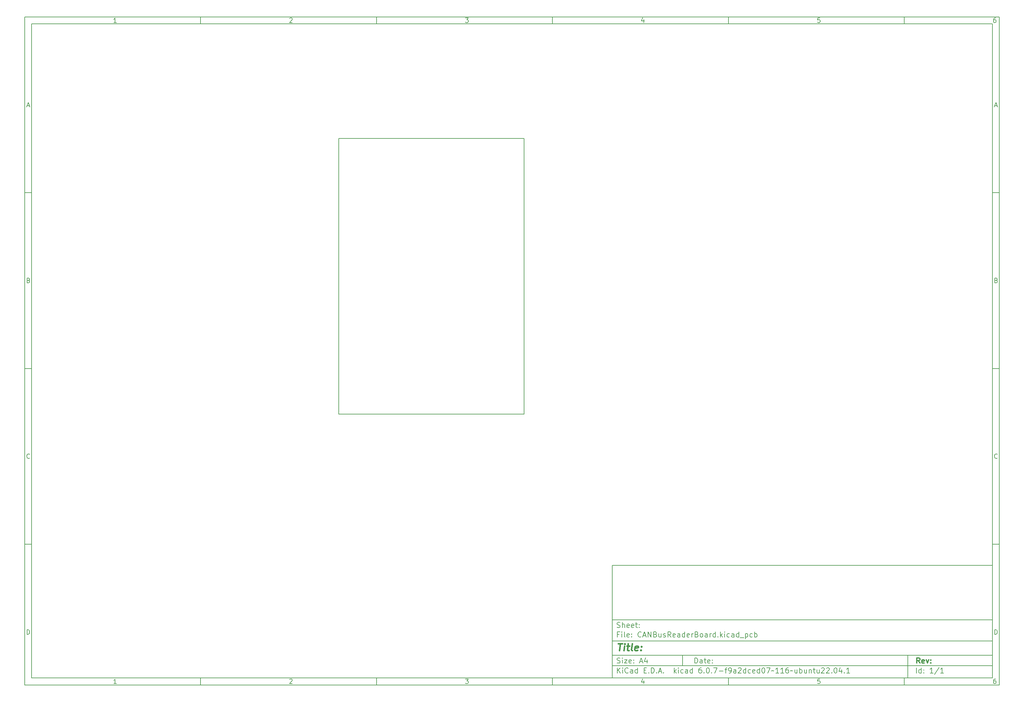
<source format=gbr>
%TF.GenerationSoftware,KiCad,Pcbnew,6.0.7-f9a2dced07~116~ubuntu22.04.1*%
%TF.CreationDate,2022-09-14T18:48:52-04:00*%
%TF.ProjectId,CANBusReaderBoard,43414e42-7573-4526-9561-646572426f61,rev?*%
%TF.SameCoordinates,Original*%
%TF.FileFunction,Paste,Bot*%
%TF.FilePolarity,Positive*%
%FSLAX46Y46*%
G04 Gerber Fmt 4.6, Leading zero omitted, Abs format (unit mm)*
G04 Created by KiCad (PCBNEW 6.0.7-f9a2dced07~116~ubuntu22.04.1) date 2022-09-14 18:48:52*
%MOMM*%
%LPD*%
G01*
G04 APERTURE LIST*
%ADD10C,0.100000*%
%ADD11C,0.150000*%
%ADD12C,0.300000*%
%ADD13C,0.400000*%
%TA.AperFunction,Profile*%
%ADD14C,0.200000*%
%TD*%
G04 APERTURE END LIST*
D10*
D11*
X177002200Y-166007200D02*
X177002200Y-198007200D01*
X285002200Y-198007200D01*
X285002200Y-166007200D01*
X177002200Y-166007200D01*
D10*
D11*
X10000000Y-10000000D02*
X10000000Y-200007200D01*
X287002200Y-200007200D01*
X287002200Y-10000000D01*
X10000000Y-10000000D01*
D10*
D11*
X12000000Y-12000000D02*
X12000000Y-198007200D01*
X285002200Y-198007200D01*
X285002200Y-12000000D01*
X12000000Y-12000000D01*
D10*
D11*
X60000000Y-12000000D02*
X60000000Y-10000000D01*
D10*
D11*
X110000000Y-12000000D02*
X110000000Y-10000000D01*
D10*
D11*
X160000000Y-12000000D02*
X160000000Y-10000000D01*
D10*
D11*
X210000000Y-12000000D02*
X210000000Y-10000000D01*
D10*
D11*
X260000000Y-12000000D02*
X260000000Y-10000000D01*
D10*
D11*
X36065476Y-11588095D02*
X35322619Y-11588095D01*
X35694047Y-11588095D02*
X35694047Y-10288095D01*
X35570238Y-10473809D01*
X35446428Y-10597619D01*
X35322619Y-10659523D01*
D10*
D11*
X85322619Y-10411904D02*
X85384523Y-10350000D01*
X85508333Y-10288095D01*
X85817857Y-10288095D01*
X85941666Y-10350000D01*
X86003571Y-10411904D01*
X86065476Y-10535714D01*
X86065476Y-10659523D01*
X86003571Y-10845238D01*
X85260714Y-11588095D01*
X86065476Y-11588095D01*
D10*
D11*
X135260714Y-10288095D02*
X136065476Y-10288095D01*
X135632142Y-10783333D01*
X135817857Y-10783333D01*
X135941666Y-10845238D01*
X136003571Y-10907142D01*
X136065476Y-11030952D01*
X136065476Y-11340476D01*
X136003571Y-11464285D01*
X135941666Y-11526190D01*
X135817857Y-11588095D01*
X135446428Y-11588095D01*
X135322619Y-11526190D01*
X135260714Y-11464285D01*
D10*
D11*
X185941666Y-10721428D02*
X185941666Y-11588095D01*
X185632142Y-10226190D02*
X185322619Y-11154761D01*
X186127380Y-11154761D01*
D10*
D11*
X236003571Y-10288095D02*
X235384523Y-10288095D01*
X235322619Y-10907142D01*
X235384523Y-10845238D01*
X235508333Y-10783333D01*
X235817857Y-10783333D01*
X235941666Y-10845238D01*
X236003571Y-10907142D01*
X236065476Y-11030952D01*
X236065476Y-11340476D01*
X236003571Y-11464285D01*
X235941666Y-11526190D01*
X235817857Y-11588095D01*
X235508333Y-11588095D01*
X235384523Y-11526190D01*
X235322619Y-11464285D01*
D10*
D11*
X285941666Y-10288095D02*
X285694047Y-10288095D01*
X285570238Y-10350000D01*
X285508333Y-10411904D01*
X285384523Y-10597619D01*
X285322619Y-10845238D01*
X285322619Y-11340476D01*
X285384523Y-11464285D01*
X285446428Y-11526190D01*
X285570238Y-11588095D01*
X285817857Y-11588095D01*
X285941666Y-11526190D01*
X286003571Y-11464285D01*
X286065476Y-11340476D01*
X286065476Y-11030952D01*
X286003571Y-10907142D01*
X285941666Y-10845238D01*
X285817857Y-10783333D01*
X285570238Y-10783333D01*
X285446428Y-10845238D01*
X285384523Y-10907142D01*
X285322619Y-11030952D01*
D10*
D11*
X60000000Y-198007200D02*
X60000000Y-200007200D01*
D10*
D11*
X110000000Y-198007200D02*
X110000000Y-200007200D01*
D10*
D11*
X160000000Y-198007200D02*
X160000000Y-200007200D01*
D10*
D11*
X210000000Y-198007200D02*
X210000000Y-200007200D01*
D10*
D11*
X260000000Y-198007200D02*
X260000000Y-200007200D01*
D10*
D11*
X36065476Y-199595295D02*
X35322619Y-199595295D01*
X35694047Y-199595295D02*
X35694047Y-198295295D01*
X35570238Y-198481009D01*
X35446428Y-198604819D01*
X35322619Y-198666723D01*
D10*
D11*
X85322619Y-198419104D02*
X85384523Y-198357200D01*
X85508333Y-198295295D01*
X85817857Y-198295295D01*
X85941666Y-198357200D01*
X86003571Y-198419104D01*
X86065476Y-198542914D01*
X86065476Y-198666723D01*
X86003571Y-198852438D01*
X85260714Y-199595295D01*
X86065476Y-199595295D01*
D10*
D11*
X135260714Y-198295295D02*
X136065476Y-198295295D01*
X135632142Y-198790533D01*
X135817857Y-198790533D01*
X135941666Y-198852438D01*
X136003571Y-198914342D01*
X136065476Y-199038152D01*
X136065476Y-199347676D01*
X136003571Y-199471485D01*
X135941666Y-199533390D01*
X135817857Y-199595295D01*
X135446428Y-199595295D01*
X135322619Y-199533390D01*
X135260714Y-199471485D01*
D10*
D11*
X185941666Y-198728628D02*
X185941666Y-199595295D01*
X185632142Y-198233390D02*
X185322619Y-199161961D01*
X186127380Y-199161961D01*
D10*
D11*
X236003571Y-198295295D02*
X235384523Y-198295295D01*
X235322619Y-198914342D01*
X235384523Y-198852438D01*
X235508333Y-198790533D01*
X235817857Y-198790533D01*
X235941666Y-198852438D01*
X236003571Y-198914342D01*
X236065476Y-199038152D01*
X236065476Y-199347676D01*
X236003571Y-199471485D01*
X235941666Y-199533390D01*
X235817857Y-199595295D01*
X235508333Y-199595295D01*
X235384523Y-199533390D01*
X235322619Y-199471485D01*
D10*
D11*
X285941666Y-198295295D02*
X285694047Y-198295295D01*
X285570238Y-198357200D01*
X285508333Y-198419104D01*
X285384523Y-198604819D01*
X285322619Y-198852438D01*
X285322619Y-199347676D01*
X285384523Y-199471485D01*
X285446428Y-199533390D01*
X285570238Y-199595295D01*
X285817857Y-199595295D01*
X285941666Y-199533390D01*
X286003571Y-199471485D01*
X286065476Y-199347676D01*
X286065476Y-199038152D01*
X286003571Y-198914342D01*
X285941666Y-198852438D01*
X285817857Y-198790533D01*
X285570238Y-198790533D01*
X285446428Y-198852438D01*
X285384523Y-198914342D01*
X285322619Y-199038152D01*
D10*
D11*
X10000000Y-60000000D02*
X12000000Y-60000000D01*
D10*
D11*
X10000000Y-110000000D02*
X12000000Y-110000000D01*
D10*
D11*
X10000000Y-160000000D02*
X12000000Y-160000000D01*
D10*
D11*
X10690476Y-35216666D02*
X11309523Y-35216666D01*
X10566666Y-35588095D02*
X11000000Y-34288095D01*
X11433333Y-35588095D01*
D10*
D11*
X11092857Y-84907142D02*
X11278571Y-84969047D01*
X11340476Y-85030952D01*
X11402380Y-85154761D01*
X11402380Y-85340476D01*
X11340476Y-85464285D01*
X11278571Y-85526190D01*
X11154761Y-85588095D01*
X10659523Y-85588095D01*
X10659523Y-84288095D01*
X11092857Y-84288095D01*
X11216666Y-84350000D01*
X11278571Y-84411904D01*
X11340476Y-84535714D01*
X11340476Y-84659523D01*
X11278571Y-84783333D01*
X11216666Y-84845238D01*
X11092857Y-84907142D01*
X10659523Y-84907142D01*
D10*
D11*
X11402380Y-135464285D02*
X11340476Y-135526190D01*
X11154761Y-135588095D01*
X11030952Y-135588095D01*
X10845238Y-135526190D01*
X10721428Y-135402380D01*
X10659523Y-135278571D01*
X10597619Y-135030952D01*
X10597619Y-134845238D01*
X10659523Y-134597619D01*
X10721428Y-134473809D01*
X10845238Y-134350000D01*
X11030952Y-134288095D01*
X11154761Y-134288095D01*
X11340476Y-134350000D01*
X11402380Y-134411904D01*
D10*
D11*
X10659523Y-185588095D02*
X10659523Y-184288095D01*
X10969047Y-184288095D01*
X11154761Y-184350000D01*
X11278571Y-184473809D01*
X11340476Y-184597619D01*
X11402380Y-184845238D01*
X11402380Y-185030952D01*
X11340476Y-185278571D01*
X11278571Y-185402380D01*
X11154761Y-185526190D01*
X10969047Y-185588095D01*
X10659523Y-185588095D01*
D10*
D11*
X287002200Y-60000000D02*
X285002200Y-60000000D01*
D10*
D11*
X287002200Y-110000000D02*
X285002200Y-110000000D01*
D10*
D11*
X287002200Y-160000000D02*
X285002200Y-160000000D01*
D10*
D11*
X285692676Y-35216666D02*
X286311723Y-35216666D01*
X285568866Y-35588095D02*
X286002200Y-34288095D01*
X286435533Y-35588095D01*
D10*
D11*
X286095057Y-84907142D02*
X286280771Y-84969047D01*
X286342676Y-85030952D01*
X286404580Y-85154761D01*
X286404580Y-85340476D01*
X286342676Y-85464285D01*
X286280771Y-85526190D01*
X286156961Y-85588095D01*
X285661723Y-85588095D01*
X285661723Y-84288095D01*
X286095057Y-84288095D01*
X286218866Y-84350000D01*
X286280771Y-84411904D01*
X286342676Y-84535714D01*
X286342676Y-84659523D01*
X286280771Y-84783333D01*
X286218866Y-84845238D01*
X286095057Y-84907142D01*
X285661723Y-84907142D01*
D10*
D11*
X286404580Y-135464285D02*
X286342676Y-135526190D01*
X286156961Y-135588095D01*
X286033152Y-135588095D01*
X285847438Y-135526190D01*
X285723628Y-135402380D01*
X285661723Y-135278571D01*
X285599819Y-135030952D01*
X285599819Y-134845238D01*
X285661723Y-134597619D01*
X285723628Y-134473809D01*
X285847438Y-134350000D01*
X286033152Y-134288095D01*
X286156961Y-134288095D01*
X286342676Y-134350000D01*
X286404580Y-134411904D01*
D10*
D11*
X285661723Y-185588095D02*
X285661723Y-184288095D01*
X285971247Y-184288095D01*
X286156961Y-184350000D01*
X286280771Y-184473809D01*
X286342676Y-184597619D01*
X286404580Y-184845238D01*
X286404580Y-185030952D01*
X286342676Y-185278571D01*
X286280771Y-185402380D01*
X286156961Y-185526190D01*
X285971247Y-185588095D01*
X285661723Y-185588095D01*
D10*
D11*
X200434342Y-193785771D02*
X200434342Y-192285771D01*
X200791485Y-192285771D01*
X201005771Y-192357200D01*
X201148628Y-192500057D01*
X201220057Y-192642914D01*
X201291485Y-192928628D01*
X201291485Y-193142914D01*
X201220057Y-193428628D01*
X201148628Y-193571485D01*
X201005771Y-193714342D01*
X200791485Y-193785771D01*
X200434342Y-193785771D01*
X202577200Y-193785771D02*
X202577200Y-193000057D01*
X202505771Y-192857200D01*
X202362914Y-192785771D01*
X202077200Y-192785771D01*
X201934342Y-192857200D01*
X202577200Y-193714342D02*
X202434342Y-193785771D01*
X202077200Y-193785771D01*
X201934342Y-193714342D01*
X201862914Y-193571485D01*
X201862914Y-193428628D01*
X201934342Y-193285771D01*
X202077200Y-193214342D01*
X202434342Y-193214342D01*
X202577200Y-193142914D01*
X203077200Y-192785771D02*
X203648628Y-192785771D01*
X203291485Y-192285771D02*
X203291485Y-193571485D01*
X203362914Y-193714342D01*
X203505771Y-193785771D01*
X203648628Y-193785771D01*
X204720057Y-193714342D02*
X204577200Y-193785771D01*
X204291485Y-193785771D01*
X204148628Y-193714342D01*
X204077200Y-193571485D01*
X204077200Y-193000057D01*
X204148628Y-192857200D01*
X204291485Y-192785771D01*
X204577200Y-192785771D01*
X204720057Y-192857200D01*
X204791485Y-193000057D01*
X204791485Y-193142914D01*
X204077200Y-193285771D01*
X205434342Y-193642914D02*
X205505771Y-193714342D01*
X205434342Y-193785771D01*
X205362914Y-193714342D01*
X205434342Y-193642914D01*
X205434342Y-193785771D01*
X205434342Y-192857200D02*
X205505771Y-192928628D01*
X205434342Y-193000057D01*
X205362914Y-192928628D01*
X205434342Y-192857200D01*
X205434342Y-193000057D01*
D10*
D11*
X177002200Y-194507200D02*
X285002200Y-194507200D01*
D10*
D11*
X178434342Y-196585771D02*
X178434342Y-195085771D01*
X179291485Y-196585771D02*
X178648628Y-195728628D01*
X179291485Y-195085771D02*
X178434342Y-195942914D01*
X179934342Y-196585771D02*
X179934342Y-195585771D01*
X179934342Y-195085771D02*
X179862914Y-195157200D01*
X179934342Y-195228628D01*
X180005771Y-195157200D01*
X179934342Y-195085771D01*
X179934342Y-195228628D01*
X181505771Y-196442914D02*
X181434342Y-196514342D01*
X181220057Y-196585771D01*
X181077200Y-196585771D01*
X180862914Y-196514342D01*
X180720057Y-196371485D01*
X180648628Y-196228628D01*
X180577200Y-195942914D01*
X180577200Y-195728628D01*
X180648628Y-195442914D01*
X180720057Y-195300057D01*
X180862914Y-195157200D01*
X181077200Y-195085771D01*
X181220057Y-195085771D01*
X181434342Y-195157200D01*
X181505771Y-195228628D01*
X182791485Y-196585771D02*
X182791485Y-195800057D01*
X182720057Y-195657200D01*
X182577200Y-195585771D01*
X182291485Y-195585771D01*
X182148628Y-195657200D01*
X182791485Y-196514342D02*
X182648628Y-196585771D01*
X182291485Y-196585771D01*
X182148628Y-196514342D01*
X182077200Y-196371485D01*
X182077200Y-196228628D01*
X182148628Y-196085771D01*
X182291485Y-196014342D01*
X182648628Y-196014342D01*
X182791485Y-195942914D01*
X184148628Y-196585771D02*
X184148628Y-195085771D01*
X184148628Y-196514342D02*
X184005771Y-196585771D01*
X183720057Y-196585771D01*
X183577200Y-196514342D01*
X183505771Y-196442914D01*
X183434342Y-196300057D01*
X183434342Y-195871485D01*
X183505771Y-195728628D01*
X183577200Y-195657200D01*
X183720057Y-195585771D01*
X184005771Y-195585771D01*
X184148628Y-195657200D01*
X186005771Y-195800057D02*
X186505771Y-195800057D01*
X186720057Y-196585771D02*
X186005771Y-196585771D01*
X186005771Y-195085771D01*
X186720057Y-195085771D01*
X187362914Y-196442914D02*
X187434342Y-196514342D01*
X187362914Y-196585771D01*
X187291485Y-196514342D01*
X187362914Y-196442914D01*
X187362914Y-196585771D01*
X188077200Y-196585771D02*
X188077200Y-195085771D01*
X188434342Y-195085771D01*
X188648628Y-195157200D01*
X188791485Y-195300057D01*
X188862914Y-195442914D01*
X188934342Y-195728628D01*
X188934342Y-195942914D01*
X188862914Y-196228628D01*
X188791485Y-196371485D01*
X188648628Y-196514342D01*
X188434342Y-196585771D01*
X188077200Y-196585771D01*
X189577200Y-196442914D02*
X189648628Y-196514342D01*
X189577200Y-196585771D01*
X189505771Y-196514342D01*
X189577200Y-196442914D01*
X189577200Y-196585771D01*
X190220057Y-196157200D02*
X190934342Y-196157200D01*
X190077200Y-196585771D02*
X190577200Y-195085771D01*
X191077200Y-196585771D01*
X191577200Y-196442914D02*
X191648628Y-196514342D01*
X191577200Y-196585771D01*
X191505771Y-196514342D01*
X191577200Y-196442914D01*
X191577200Y-196585771D01*
X194577200Y-196585771D02*
X194577200Y-195085771D01*
X194720057Y-196014342D02*
X195148628Y-196585771D01*
X195148628Y-195585771D02*
X194577200Y-196157200D01*
X195791485Y-196585771D02*
X195791485Y-195585771D01*
X195791485Y-195085771D02*
X195720057Y-195157200D01*
X195791485Y-195228628D01*
X195862914Y-195157200D01*
X195791485Y-195085771D01*
X195791485Y-195228628D01*
X197148628Y-196514342D02*
X197005771Y-196585771D01*
X196720057Y-196585771D01*
X196577200Y-196514342D01*
X196505771Y-196442914D01*
X196434342Y-196300057D01*
X196434342Y-195871485D01*
X196505771Y-195728628D01*
X196577200Y-195657200D01*
X196720057Y-195585771D01*
X197005771Y-195585771D01*
X197148628Y-195657200D01*
X198434342Y-196585771D02*
X198434342Y-195800057D01*
X198362914Y-195657200D01*
X198220057Y-195585771D01*
X197934342Y-195585771D01*
X197791485Y-195657200D01*
X198434342Y-196514342D02*
X198291485Y-196585771D01*
X197934342Y-196585771D01*
X197791485Y-196514342D01*
X197720057Y-196371485D01*
X197720057Y-196228628D01*
X197791485Y-196085771D01*
X197934342Y-196014342D01*
X198291485Y-196014342D01*
X198434342Y-195942914D01*
X199791485Y-196585771D02*
X199791485Y-195085771D01*
X199791485Y-196514342D02*
X199648628Y-196585771D01*
X199362914Y-196585771D01*
X199220057Y-196514342D01*
X199148628Y-196442914D01*
X199077200Y-196300057D01*
X199077200Y-195871485D01*
X199148628Y-195728628D01*
X199220057Y-195657200D01*
X199362914Y-195585771D01*
X199648628Y-195585771D01*
X199791485Y-195657200D01*
X202291485Y-195085771D02*
X202005771Y-195085771D01*
X201862914Y-195157200D01*
X201791485Y-195228628D01*
X201648628Y-195442914D01*
X201577200Y-195728628D01*
X201577200Y-196300057D01*
X201648628Y-196442914D01*
X201720057Y-196514342D01*
X201862914Y-196585771D01*
X202148628Y-196585771D01*
X202291485Y-196514342D01*
X202362914Y-196442914D01*
X202434342Y-196300057D01*
X202434342Y-195942914D01*
X202362914Y-195800057D01*
X202291485Y-195728628D01*
X202148628Y-195657200D01*
X201862914Y-195657200D01*
X201720057Y-195728628D01*
X201648628Y-195800057D01*
X201577200Y-195942914D01*
X203077200Y-196442914D02*
X203148628Y-196514342D01*
X203077200Y-196585771D01*
X203005771Y-196514342D01*
X203077200Y-196442914D01*
X203077200Y-196585771D01*
X204077200Y-195085771D02*
X204220057Y-195085771D01*
X204362914Y-195157200D01*
X204434342Y-195228628D01*
X204505771Y-195371485D01*
X204577200Y-195657200D01*
X204577200Y-196014342D01*
X204505771Y-196300057D01*
X204434342Y-196442914D01*
X204362914Y-196514342D01*
X204220057Y-196585771D01*
X204077200Y-196585771D01*
X203934342Y-196514342D01*
X203862914Y-196442914D01*
X203791485Y-196300057D01*
X203720057Y-196014342D01*
X203720057Y-195657200D01*
X203791485Y-195371485D01*
X203862914Y-195228628D01*
X203934342Y-195157200D01*
X204077200Y-195085771D01*
X205220057Y-196442914D02*
X205291485Y-196514342D01*
X205220057Y-196585771D01*
X205148628Y-196514342D01*
X205220057Y-196442914D01*
X205220057Y-196585771D01*
X205791485Y-195085771D02*
X206791485Y-195085771D01*
X206148628Y-196585771D01*
X207362914Y-196014342D02*
X208505771Y-196014342D01*
X209005771Y-195585771D02*
X209577200Y-195585771D01*
X209220057Y-196585771D02*
X209220057Y-195300057D01*
X209291485Y-195157200D01*
X209434342Y-195085771D01*
X209577200Y-195085771D01*
X210148628Y-196585771D02*
X210434342Y-196585771D01*
X210577200Y-196514342D01*
X210648628Y-196442914D01*
X210791485Y-196228628D01*
X210862914Y-195942914D01*
X210862914Y-195371485D01*
X210791485Y-195228628D01*
X210720057Y-195157200D01*
X210577200Y-195085771D01*
X210291485Y-195085771D01*
X210148628Y-195157200D01*
X210077200Y-195228628D01*
X210005771Y-195371485D01*
X210005771Y-195728628D01*
X210077200Y-195871485D01*
X210148628Y-195942914D01*
X210291485Y-196014342D01*
X210577200Y-196014342D01*
X210720057Y-195942914D01*
X210791485Y-195871485D01*
X210862914Y-195728628D01*
X212148628Y-196585771D02*
X212148628Y-195800057D01*
X212077200Y-195657200D01*
X211934342Y-195585771D01*
X211648628Y-195585771D01*
X211505771Y-195657200D01*
X212148628Y-196514342D02*
X212005771Y-196585771D01*
X211648628Y-196585771D01*
X211505771Y-196514342D01*
X211434342Y-196371485D01*
X211434342Y-196228628D01*
X211505771Y-196085771D01*
X211648628Y-196014342D01*
X212005771Y-196014342D01*
X212148628Y-195942914D01*
X212791485Y-195228628D02*
X212862914Y-195157200D01*
X213005771Y-195085771D01*
X213362914Y-195085771D01*
X213505771Y-195157200D01*
X213577200Y-195228628D01*
X213648628Y-195371485D01*
X213648628Y-195514342D01*
X213577200Y-195728628D01*
X212720057Y-196585771D01*
X213648628Y-196585771D01*
X214934342Y-196585771D02*
X214934342Y-195085771D01*
X214934342Y-196514342D02*
X214791485Y-196585771D01*
X214505771Y-196585771D01*
X214362914Y-196514342D01*
X214291485Y-196442914D01*
X214220057Y-196300057D01*
X214220057Y-195871485D01*
X214291485Y-195728628D01*
X214362914Y-195657200D01*
X214505771Y-195585771D01*
X214791485Y-195585771D01*
X214934342Y-195657200D01*
X216291485Y-196514342D02*
X216148628Y-196585771D01*
X215862914Y-196585771D01*
X215720057Y-196514342D01*
X215648628Y-196442914D01*
X215577200Y-196300057D01*
X215577200Y-195871485D01*
X215648628Y-195728628D01*
X215720057Y-195657200D01*
X215862914Y-195585771D01*
X216148628Y-195585771D01*
X216291485Y-195657200D01*
X217505771Y-196514342D02*
X217362914Y-196585771D01*
X217077200Y-196585771D01*
X216934342Y-196514342D01*
X216862914Y-196371485D01*
X216862914Y-195800057D01*
X216934342Y-195657200D01*
X217077200Y-195585771D01*
X217362914Y-195585771D01*
X217505771Y-195657200D01*
X217577200Y-195800057D01*
X217577200Y-195942914D01*
X216862914Y-196085771D01*
X218862914Y-196585771D02*
X218862914Y-195085771D01*
X218862914Y-196514342D02*
X218720057Y-196585771D01*
X218434342Y-196585771D01*
X218291485Y-196514342D01*
X218220057Y-196442914D01*
X218148628Y-196300057D01*
X218148628Y-195871485D01*
X218220057Y-195728628D01*
X218291485Y-195657200D01*
X218434342Y-195585771D01*
X218720057Y-195585771D01*
X218862914Y-195657200D01*
X219862914Y-195085771D02*
X220005771Y-195085771D01*
X220148628Y-195157200D01*
X220220057Y-195228628D01*
X220291485Y-195371485D01*
X220362914Y-195657200D01*
X220362914Y-196014342D01*
X220291485Y-196300057D01*
X220220057Y-196442914D01*
X220148628Y-196514342D01*
X220005771Y-196585771D01*
X219862914Y-196585771D01*
X219720057Y-196514342D01*
X219648628Y-196442914D01*
X219577200Y-196300057D01*
X219505771Y-196014342D01*
X219505771Y-195657200D01*
X219577200Y-195371485D01*
X219648628Y-195228628D01*
X219720057Y-195157200D01*
X219862914Y-195085771D01*
X220862914Y-195085771D02*
X221862914Y-195085771D01*
X221220057Y-196585771D01*
X222220057Y-196014342D02*
X222291485Y-195942914D01*
X222434342Y-195871485D01*
X222720057Y-196014342D01*
X222862914Y-195942914D01*
X222934342Y-195871485D01*
X224291485Y-196585771D02*
X223434342Y-196585771D01*
X223862914Y-196585771D02*
X223862914Y-195085771D01*
X223720057Y-195300057D01*
X223577200Y-195442914D01*
X223434342Y-195514342D01*
X225720057Y-196585771D02*
X224862914Y-196585771D01*
X225291485Y-196585771D02*
X225291485Y-195085771D01*
X225148628Y-195300057D01*
X225005771Y-195442914D01*
X224862914Y-195514342D01*
X227005771Y-195085771D02*
X226720057Y-195085771D01*
X226577200Y-195157200D01*
X226505771Y-195228628D01*
X226362914Y-195442914D01*
X226291485Y-195728628D01*
X226291485Y-196300057D01*
X226362914Y-196442914D01*
X226434342Y-196514342D01*
X226577200Y-196585771D01*
X226862914Y-196585771D01*
X227005771Y-196514342D01*
X227077200Y-196442914D01*
X227148628Y-196300057D01*
X227148628Y-195942914D01*
X227077200Y-195800057D01*
X227005771Y-195728628D01*
X226862914Y-195657200D01*
X226577200Y-195657200D01*
X226434342Y-195728628D01*
X226362914Y-195800057D01*
X226291485Y-195942914D01*
X227577199Y-196014342D02*
X227648628Y-195942914D01*
X227791485Y-195871485D01*
X228077199Y-196014342D01*
X228220057Y-195942914D01*
X228291485Y-195871485D01*
X229505771Y-195585771D02*
X229505771Y-196585771D01*
X228862914Y-195585771D02*
X228862914Y-196371485D01*
X228934342Y-196514342D01*
X229077200Y-196585771D01*
X229291485Y-196585771D01*
X229434342Y-196514342D01*
X229505771Y-196442914D01*
X230220057Y-196585771D02*
X230220057Y-195085771D01*
X230220057Y-195657200D02*
X230362914Y-195585771D01*
X230648628Y-195585771D01*
X230791485Y-195657200D01*
X230862914Y-195728628D01*
X230934342Y-195871485D01*
X230934342Y-196300057D01*
X230862914Y-196442914D01*
X230791485Y-196514342D01*
X230648628Y-196585771D01*
X230362914Y-196585771D01*
X230220057Y-196514342D01*
X232220057Y-195585771D02*
X232220057Y-196585771D01*
X231577200Y-195585771D02*
X231577200Y-196371485D01*
X231648628Y-196514342D01*
X231791485Y-196585771D01*
X232005771Y-196585771D01*
X232148628Y-196514342D01*
X232220057Y-196442914D01*
X232934342Y-195585771D02*
X232934342Y-196585771D01*
X232934342Y-195728628D02*
X233005771Y-195657200D01*
X233148628Y-195585771D01*
X233362914Y-195585771D01*
X233505771Y-195657200D01*
X233577200Y-195800057D01*
X233577200Y-196585771D01*
X234077200Y-195585771D02*
X234648628Y-195585771D01*
X234291485Y-195085771D02*
X234291485Y-196371485D01*
X234362914Y-196514342D01*
X234505771Y-196585771D01*
X234648628Y-196585771D01*
X235791485Y-195585771D02*
X235791485Y-196585771D01*
X235148628Y-195585771D02*
X235148628Y-196371485D01*
X235220057Y-196514342D01*
X235362914Y-196585771D01*
X235577200Y-196585771D01*
X235720057Y-196514342D01*
X235791485Y-196442914D01*
X236434342Y-195228628D02*
X236505771Y-195157200D01*
X236648628Y-195085771D01*
X237005771Y-195085771D01*
X237148628Y-195157200D01*
X237220057Y-195228628D01*
X237291485Y-195371485D01*
X237291485Y-195514342D01*
X237220057Y-195728628D01*
X236362914Y-196585771D01*
X237291485Y-196585771D01*
X237862914Y-195228628D02*
X237934342Y-195157200D01*
X238077200Y-195085771D01*
X238434342Y-195085771D01*
X238577200Y-195157200D01*
X238648628Y-195228628D01*
X238720057Y-195371485D01*
X238720057Y-195514342D01*
X238648628Y-195728628D01*
X237791485Y-196585771D01*
X238720057Y-196585771D01*
X239362914Y-196442914D02*
X239434342Y-196514342D01*
X239362914Y-196585771D01*
X239291485Y-196514342D01*
X239362914Y-196442914D01*
X239362914Y-196585771D01*
X240362914Y-195085771D02*
X240505771Y-195085771D01*
X240648628Y-195157200D01*
X240720057Y-195228628D01*
X240791485Y-195371485D01*
X240862914Y-195657200D01*
X240862914Y-196014342D01*
X240791485Y-196300057D01*
X240720057Y-196442914D01*
X240648628Y-196514342D01*
X240505771Y-196585771D01*
X240362914Y-196585771D01*
X240220057Y-196514342D01*
X240148628Y-196442914D01*
X240077200Y-196300057D01*
X240005771Y-196014342D01*
X240005771Y-195657200D01*
X240077200Y-195371485D01*
X240148628Y-195228628D01*
X240220057Y-195157200D01*
X240362914Y-195085771D01*
X242148628Y-195585771D02*
X242148628Y-196585771D01*
X241791485Y-195014342D02*
X241434342Y-196085771D01*
X242362914Y-196085771D01*
X242934342Y-196442914D02*
X243005771Y-196514342D01*
X242934342Y-196585771D01*
X242862914Y-196514342D01*
X242934342Y-196442914D01*
X242934342Y-196585771D01*
X244434342Y-196585771D02*
X243577199Y-196585771D01*
X244005771Y-196585771D02*
X244005771Y-195085771D01*
X243862914Y-195300057D01*
X243720057Y-195442914D01*
X243577199Y-195514342D01*
D10*
D11*
X177002200Y-191507200D02*
X285002200Y-191507200D01*
D10*
D12*
X264411485Y-193785771D02*
X263911485Y-193071485D01*
X263554342Y-193785771D02*
X263554342Y-192285771D01*
X264125771Y-192285771D01*
X264268628Y-192357200D01*
X264340057Y-192428628D01*
X264411485Y-192571485D01*
X264411485Y-192785771D01*
X264340057Y-192928628D01*
X264268628Y-193000057D01*
X264125771Y-193071485D01*
X263554342Y-193071485D01*
X265625771Y-193714342D02*
X265482914Y-193785771D01*
X265197200Y-193785771D01*
X265054342Y-193714342D01*
X264982914Y-193571485D01*
X264982914Y-193000057D01*
X265054342Y-192857200D01*
X265197200Y-192785771D01*
X265482914Y-192785771D01*
X265625771Y-192857200D01*
X265697200Y-193000057D01*
X265697200Y-193142914D01*
X264982914Y-193285771D01*
X266197200Y-192785771D02*
X266554342Y-193785771D01*
X266911485Y-192785771D01*
X267482914Y-193642914D02*
X267554342Y-193714342D01*
X267482914Y-193785771D01*
X267411485Y-193714342D01*
X267482914Y-193642914D01*
X267482914Y-193785771D01*
X267482914Y-192857200D02*
X267554342Y-192928628D01*
X267482914Y-193000057D01*
X267411485Y-192928628D01*
X267482914Y-192857200D01*
X267482914Y-193000057D01*
D10*
D11*
X178362914Y-193714342D02*
X178577200Y-193785771D01*
X178934342Y-193785771D01*
X179077200Y-193714342D01*
X179148628Y-193642914D01*
X179220057Y-193500057D01*
X179220057Y-193357200D01*
X179148628Y-193214342D01*
X179077200Y-193142914D01*
X178934342Y-193071485D01*
X178648628Y-193000057D01*
X178505771Y-192928628D01*
X178434342Y-192857200D01*
X178362914Y-192714342D01*
X178362914Y-192571485D01*
X178434342Y-192428628D01*
X178505771Y-192357200D01*
X178648628Y-192285771D01*
X179005771Y-192285771D01*
X179220057Y-192357200D01*
X179862914Y-193785771D02*
X179862914Y-192785771D01*
X179862914Y-192285771D02*
X179791485Y-192357200D01*
X179862914Y-192428628D01*
X179934342Y-192357200D01*
X179862914Y-192285771D01*
X179862914Y-192428628D01*
X180434342Y-192785771D02*
X181220057Y-192785771D01*
X180434342Y-193785771D01*
X181220057Y-193785771D01*
X182362914Y-193714342D02*
X182220057Y-193785771D01*
X181934342Y-193785771D01*
X181791485Y-193714342D01*
X181720057Y-193571485D01*
X181720057Y-193000057D01*
X181791485Y-192857200D01*
X181934342Y-192785771D01*
X182220057Y-192785771D01*
X182362914Y-192857200D01*
X182434342Y-193000057D01*
X182434342Y-193142914D01*
X181720057Y-193285771D01*
X183077200Y-193642914D02*
X183148628Y-193714342D01*
X183077200Y-193785771D01*
X183005771Y-193714342D01*
X183077200Y-193642914D01*
X183077200Y-193785771D01*
X183077200Y-192857200D02*
X183148628Y-192928628D01*
X183077200Y-193000057D01*
X183005771Y-192928628D01*
X183077200Y-192857200D01*
X183077200Y-193000057D01*
X184862914Y-193357200D02*
X185577200Y-193357200D01*
X184720057Y-193785771D02*
X185220057Y-192285771D01*
X185720057Y-193785771D01*
X186862914Y-192785771D02*
X186862914Y-193785771D01*
X186505771Y-192214342D02*
X186148628Y-193285771D01*
X187077200Y-193285771D01*
D10*
D11*
X263434342Y-196585771D02*
X263434342Y-195085771D01*
X264791485Y-196585771D02*
X264791485Y-195085771D01*
X264791485Y-196514342D02*
X264648628Y-196585771D01*
X264362914Y-196585771D01*
X264220057Y-196514342D01*
X264148628Y-196442914D01*
X264077200Y-196300057D01*
X264077200Y-195871485D01*
X264148628Y-195728628D01*
X264220057Y-195657200D01*
X264362914Y-195585771D01*
X264648628Y-195585771D01*
X264791485Y-195657200D01*
X265505771Y-196442914D02*
X265577200Y-196514342D01*
X265505771Y-196585771D01*
X265434342Y-196514342D01*
X265505771Y-196442914D01*
X265505771Y-196585771D01*
X265505771Y-195657200D02*
X265577200Y-195728628D01*
X265505771Y-195800057D01*
X265434342Y-195728628D01*
X265505771Y-195657200D01*
X265505771Y-195800057D01*
X268148628Y-196585771D02*
X267291485Y-196585771D01*
X267720057Y-196585771D02*
X267720057Y-195085771D01*
X267577200Y-195300057D01*
X267434342Y-195442914D01*
X267291485Y-195514342D01*
X269862914Y-195014342D02*
X268577200Y-196942914D01*
X271148628Y-196585771D02*
X270291485Y-196585771D01*
X270720057Y-196585771D02*
X270720057Y-195085771D01*
X270577200Y-195300057D01*
X270434342Y-195442914D01*
X270291485Y-195514342D01*
D10*
D11*
X177002200Y-187507200D02*
X285002200Y-187507200D01*
D10*
D13*
X178714580Y-188211961D02*
X179857438Y-188211961D01*
X179036009Y-190211961D02*
X179286009Y-188211961D01*
X180274104Y-190211961D02*
X180440771Y-188878628D01*
X180524104Y-188211961D02*
X180416961Y-188307200D01*
X180500295Y-188402438D01*
X180607438Y-188307200D01*
X180524104Y-188211961D01*
X180500295Y-188402438D01*
X181107438Y-188878628D02*
X181869342Y-188878628D01*
X181476485Y-188211961D02*
X181262200Y-189926247D01*
X181333628Y-190116723D01*
X181512200Y-190211961D01*
X181702676Y-190211961D01*
X182655057Y-190211961D02*
X182476485Y-190116723D01*
X182405057Y-189926247D01*
X182619342Y-188211961D01*
X184190771Y-190116723D02*
X183988390Y-190211961D01*
X183607438Y-190211961D01*
X183428866Y-190116723D01*
X183357438Y-189926247D01*
X183452676Y-189164342D01*
X183571723Y-188973866D01*
X183774104Y-188878628D01*
X184155057Y-188878628D01*
X184333628Y-188973866D01*
X184405057Y-189164342D01*
X184381247Y-189354819D01*
X183405057Y-189545295D01*
X185155057Y-190021485D02*
X185238390Y-190116723D01*
X185131247Y-190211961D01*
X185047914Y-190116723D01*
X185155057Y-190021485D01*
X185131247Y-190211961D01*
X185286009Y-188973866D02*
X185369342Y-189069104D01*
X185262200Y-189164342D01*
X185178866Y-189069104D01*
X185286009Y-188973866D01*
X185262200Y-189164342D01*
D10*
D11*
X178934342Y-185600057D02*
X178434342Y-185600057D01*
X178434342Y-186385771D02*
X178434342Y-184885771D01*
X179148628Y-184885771D01*
X179720057Y-186385771D02*
X179720057Y-185385771D01*
X179720057Y-184885771D02*
X179648628Y-184957200D01*
X179720057Y-185028628D01*
X179791485Y-184957200D01*
X179720057Y-184885771D01*
X179720057Y-185028628D01*
X180648628Y-186385771D02*
X180505771Y-186314342D01*
X180434342Y-186171485D01*
X180434342Y-184885771D01*
X181791485Y-186314342D02*
X181648628Y-186385771D01*
X181362914Y-186385771D01*
X181220057Y-186314342D01*
X181148628Y-186171485D01*
X181148628Y-185600057D01*
X181220057Y-185457200D01*
X181362914Y-185385771D01*
X181648628Y-185385771D01*
X181791485Y-185457200D01*
X181862914Y-185600057D01*
X181862914Y-185742914D01*
X181148628Y-185885771D01*
X182505771Y-186242914D02*
X182577200Y-186314342D01*
X182505771Y-186385771D01*
X182434342Y-186314342D01*
X182505771Y-186242914D01*
X182505771Y-186385771D01*
X182505771Y-185457200D02*
X182577200Y-185528628D01*
X182505771Y-185600057D01*
X182434342Y-185528628D01*
X182505771Y-185457200D01*
X182505771Y-185600057D01*
X185220057Y-186242914D02*
X185148628Y-186314342D01*
X184934342Y-186385771D01*
X184791485Y-186385771D01*
X184577200Y-186314342D01*
X184434342Y-186171485D01*
X184362914Y-186028628D01*
X184291485Y-185742914D01*
X184291485Y-185528628D01*
X184362914Y-185242914D01*
X184434342Y-185100057D01*
X184577200Y-184957200D01*
X184791485Y-184885771D01*
X184934342Y-184885771D01*
X185148628Y-184957200D01*
X185220057Y-185028628D01*
X185791485Y-185957200D02*
X186505771Y-185957200D01*
X185648628Y-186385771D02*
X186148628Y-184885771D01*
X186648628Y-186385771D01*
X187148628Y-186385771D02*
X187148628Y-184885771D01*
X188005771Y-186385771D01*
X188005771Y-184885771D01*
X189220057Y-185600057D02*
X189434342Y-185671485D01*
X189505771Y-185742914D01*
X189577200Y-185885771D01*
X189577200Y-186100057D01*
X189505771Y-186242914D01*
X189434342Y-186314342D01*
X189291485Y-186385771D01*
X188720057Y-186385771D01*
X188720057Y-184885771D01*
X189220057Y-184885771D01*
X189362914Y-184957200D01*
X189434342Y-185028628D01*
X189505771Y-185171485D01*
X189505771Y-185314342D01*
X189434342Y-185457200D01*
X189362914Y-185528628D01*
X189220057Y-185600057D01*
X188720057Y-185600057D01*
X190862914Y-185385771D02*
X190862914Y-186385771D01*
X190220057Y-185385771D02*
X190220057Y-186171485D01*
X190291485Y-186314342D01*
X190434342Y-186385771D01*
X190648628Y-186385771D01*
X190791485Y-186314342D01*
X190862914Y-186242914D01*
X191505771Y-186314342D02*
X191648628Y-186385771D01*
X191934342Y-186385771D01*
X192077200Y-186314342D01*
X192148628Y-186171485D01*
X192148628Y-186100057D01*
X192077200Y-185957200D01*
X191934342Y-185885771D01*
X191720057Y-185885771D01*
X191577200Y-185814342D01*
X191505771Y-185671485D01*
X191505771Y-185600057D01*
X191577200Y-185457200D01*
X191720057Y-185385771D01*
X191934342Y-185385771D01*
X192077200Y-185457200D01*
X193648628Y-186385771D02*
X193148628Y-185671485D01*
X192791485Y-186385771D02*
X192791485Y-184885771D01*
X193362914Y-184885771D01*
X193505771Y-184957200D01*
X193577200Y-185028628D01*
X193648628Y-185171485D01*
X193648628Y-185385771D01*
X193577200Y-185528628D01*
X193505771Y-185600057D01*
X193362914Y-185671485D01*
X192791485Y-185671485D01*
X194862914Y-186314342D02*
X194720057Y-186385771D01*
X194434342Y-186385771D01*
X194291485Y-186314342D01*
X194220057Y-186171485D01*
X194220057Y-185600057D01*
X194291485Y-185457200D01*
X194434342Y-185385771D01*
X194720057Y-185385771D01*
X194862914Y-185457200D01*
X194934342Y-185600057D01*
X194934342Y-185742914D01*
X194220057Y-185885771D01*
X196220057Y-186385771D02*
X196220057Y-185600057D01*
X196148628Y-185457200D01*
X196005771Y-185385771D01*
X195720057Y-185385771D01*
X195577200Y-185457200D01*
X196220057Y-186314342D02*
X196077200Y-186385771D01*
X195720057Y-186385771D01*
X195577200Y-186314342D01*
X195505771Y-186171485D01*
X195505771Y-186028628D01*
X195577200Y-185885771D01*
X195720057Y-185814342D01*
X196077200Y-185814342D01*
X196220057Y-185742914D01*
X197577200Y-186385771D02*
X197577200Y-184885771D01*
X197577200Y-186314342D02*
X197434342Y-186385771D01*
X197148628Y-186385771D01*
X197005771Y-186314342D01*
X196934342Y-186242914D01*
X196862914Y-186100057D01*
X196862914Y-185671485D01*
X196934342Y-185528628D01*
X197005771Y-185457200D01*
X197148628Y-185385771D01*
X197434342Y-185385771D01*
X197577200Y-185457200D01*
X198862914Y-186314342D02*
X198720057Y-186385771D01*
X198434342Y-186385771D01*
X198291485Y-186314342D01*
X198220057Y-186171485D01*
X198220057Y-185600057D01*
X198291485Y-185457200D01*
X198434342Y-185385771D01*
X198720057Y-185385771D01*
X198862914Y-185457200D01*
X198934342Y-185600057D01*
X198934342Y-185742914D01*
X198220057Y-185885771D01*
X199577200Y-186385771D02*
X199577200Y-185385771D01*
X199577200Y-185671485D02*
X199648628Y-185528628D01*
X199720057Y-185457200D01*
X199862914Y-185385771D01*
X200005771Y-185385771D01*
X201005771Y-185600057D02*
X201220057Y-185671485D01*
X201291485Y-185742914D01*
X201362914Y-185885771D01*
X201362914Y-186100057D01*
X201291485Y-186242914D01*
X201220057Y-186314342D01*
X201077200Y-186385771D01*
X200505771Y-186385771D01*
X200505771Y-184885771D01*
X201005771Y-184885771D01*
X201148628Y-184957200D01*
X201220057Y-185028628D01*
X201291485Y-185171485D01*
X201291485Y-185314342D01*
X201220057Y-185457200D01*
X201148628Y-185528628D01*
X201005771Y-185600057D01*
X200505771Y-185600057D01*
X202220057Y-186385771D02*
X202077200Y-186314342D01*
X202005771Y-186242914D01*
X201934342Y-186100057D01*
X201934342Y-185671485D01*
X202005771Y-185528628D01*
X202077200Y-185457200D01*
X202220057Y-185385771D01*
X202434342Y-185385771D01*
X202577200Y-185457200D01*
X202648628Y-185528628D01*
X202720057Y-185671485D01*
X202720057Y-186100057D01*
X202648628Y-186242914D01*
X202577200Y-186314342D01*
X202434342Y-186385771D01*
X202220057Y-186385771D01*
X204005771Y-186385771D02*
X204005771Y-185600057D01*
X203934342Y-185457200D01*
X203791485Y-185385771D01*
X203505771Y-185385771D01*
X203362914Y-185457200D01*
X204005771Y-186314342D02*
X203862914Y-186385771D01*
X203505771Y-186385771D01*
X203362914Y-186314342D01*
X203291485Y-186171485D01*
X203291485Y-186028628D01*
X203362914Y-185885771D01*
X203505771Y-185814342D01*
X203862914Y-185814342D01*
X204005771Y-185742914D01*
X204720057Y-186385771D02*
X204720057Y-185385771D01*
X204720057Y-185671485D02*
X204791485Y-185528628D01*
X204862914Y-185457200D01*
X205005771Y-185385771D01*
X205148628Y-185385771D01*
X206291485Y-186385771D02*
X206291485Y-184885771D01*
X206291485Y-186314342D02*
X206148628Y-186385771D01*
X205862914Y-186385771D01*
X205720057Y-186314342D01*
X205648628Y-186242914D01*
X205577200Y-186100057D01*
X205577200Y-185671485D01*
X205648628Y-185528628D01*
X205720057Y-185457200D01*
X205862914Y-185385771D01*
X206148628Y-185385771D01*
X206291485Y-185457200D01*
X207005771Y-186242914D02*
X207077200Y-186314342D01*
X207005771Y-186385771D01*
X206934342Y-186314342D01*
X207005771Y-186242914D01*
X207005771Y-186385771D01*
X207720057Y-186385771D02*
X207720057Y-184885771D01*
X207862914Y-185814342D02*
X208291485Y-186385771D01*
X208291485Y-185385771D02*
X207720057Y-185957200D01*
X208934342Y-186385771D02*
X208934342Y-185385771D01*
X208934342Y-184885771D02*
X208862914Y-184957200D01*
X208934342Y-185028628D01*
X209005771Y-184957200D01*
X208934342Y-184885771D01*
X208934342Y-185028628D01*
X210291485Y-186314342D02*
X210148628Y-186385771D01*
X209862914Y-186385771D01*
X209720057Y-186314342D01*
X209648628Y-186242914D01*
X209577200Y-186100057D01*
X209577200Y-185671485D01*
X209648628Y-185528628D01*
X209720057Y-185457200D01*
X209862914Y-185385771D01*
X210148628Y-185385771D01*
X210291485Y-185457200D01*
X211577200Y-186385771D02*
X211577200Y-185600057D01*
X211505771Y-185457200D01*
X211362914Y-185385771D01*
X211077200Y-185385771D01*
X210934342Y-185457200D01*
X211577200Y-186314342D02*
X211434342Y-186385771D01*
X211077200Y-186385771D01*
X210934342Y-186314342D01*
X210862914Y-186171485D01*
X210862914Y-186028628D01*
X210934342Y-185885771D01*
X211077200Y-185814342D01*
X211434342Y-185814342D01*
X211577200Y-185742914D01*
X212934342Y-186385771D02*
X212934342Y-184885771D01*
X212934342Y-186314342D02*
X212791485Y-186385771D01*
X212505771Y-186385771D01*
X212362914Y-186314342D01*
X212291485Y-186242914D01*
X212220057Y-186100057D01*
X212220057Y-185671485D01*
X212291485Y-185528628D01*
X212362914Y-185457200D01*
X212505771Y-185385771D01*
X212791485Y-185385771D01*
X212934342Y-185457200D01*
X213291485Y-186528628D02*
X214434342Y-186528628D01*
X214791485Y-185385771D02*
X214791485Y-186885771D01*
X214791485Y-185457200D02*
X214934342Y-185385771D01*
X215220057Y-185385771D01*
X215362914Y-185457200D01*
X215434342Y-185528628D01*
X215505771Y-185671485D01*
X215505771Y-186100057D01*
X215434342Y-186242914D01*
X215362914Y-186314342D01*
X215220057Y-186385771D01*
X214934342Y-186385771D01*
X214791485Y-186314342D01*
X216791485Y-186314342D02*
X216648628Y-186385771D01*
X216362914Y-186385771D01*
X216220057Y-186314342D01*
X216148628Y-186242914D01*
X216077200Y-186100057D01*
X216077200Y-185671485D01*
X216148628Y-185528628D01*
X216220057Y-185457200D01*
X216362914Y-185385771D01*
X216648628Y-185385771D01*
X216791485Y-185457200D01*
X217434342Y-186385771D02*
X217434342Y-184885771D01*
X217434342Y-185457200D02*
X217577200Y-185385771D01*
X217862914Y-185385771D01*
X218005771Y-185457200D01*
X218077200Y-185528628D01*
X218148628Y-185671485D01*
X218148628Y-186100057D01*
X218077200Y-186242914D01*
X218005771Y-186314342D01*
X217862914Y-186385771D01*
X217577200Y-186385771D01*
X217434342Y-186314342D01*
D10*
D11*
X177002200Y-181507200D02*
X285002200Y-181507200D01*
D10*
D11*
X178362914Y-183614342D02*
X178577200Y-183685771D01*
X178934342Y-183685771D01*
X179077200Y-183614342D01*
X179148628Y-183542914D01*
X179220057Y-183400057D01*
X179220057Y-183257200D01*
X179148628Y-183114342D01*
X179077200Y-183042914D01*
X178934342Y-182971485D01*
X178648628Y-182900057D01*
X178505771Y-182828628D01*
X178434342Y-182757200D01*
X178362914Y-182614342D01*
X178362914Y-182471485D01*
X178434342Y-182328628D01*
X178505771Y-182257200D01*
X178648628Y-182185771D01*
X179005771Y-182185771D01*
X179220057Y-182257200D01*
X179862914Y-183685771D02*
X179862914Y-182185771D01*
X180505771Y-183685771D02*
X180505771Y-182900057D01*
X180434342Y-182757200D01*
X180291485Y-182685771D01*
X180077200Y-182685771D01*
X179934342Y-182757200D01*
X179862914Y-182828628D01*
X181791485Y-183614342D02*
X181648628Y-183685771D01*
X181362914Y-183685771D01*
X181220057Y-183614342D01*
X181148628Y-183471485D01*
X181148628Y-182900057D01*
X181220057Y-182757200D01*
X181362914Y-182685771D01*
X181648628Y-182685771D01*
X181791485Y-182757200D01*
X181862914Y-182900057D01*
X181862914Y-183042914D01*
X181148628Y-183185771D01*
X183077200Y-183614342D02*
X182934342Y-183685771D01*
X182648628Y-183685771D01*
X182505771Y-183614342D01*
X182434342Y-183471485D01*
X182434342Y-182900057D01*
X182505771Y-182757200D01*
X182648628Y-182685771D01*
X182934342Y-182685771D01*
X183077200Y-182757200D01*
X183148628Y-182900057D01*
X183148628Y-183042914D01*
X182434342Y-183185771D01*
X183577200Y-182685771D02*
X184148628Y-182685771D01*
X183791485Y-182185771D02*
X183791485Y-183471485D01*
X183862914Y-183614342D01*
X184005771Y-183685771D01*
X184148628Y-183685771D01*
X184648628Y-183542914D02*
X184720057Y-183614342D01*
X184648628Y-183685771D01*
X184577200Y-183614342D01*
X184648628Y-183542914D01*
X184648628Y-183685771D01*
X184648628Y-182757200D02*
X184720057Y-182828628D01*
X184648628Y-182900057D01*
X184577200Y-182828628D01*
X184648628Y-182757200D01*
X184648628Y-182900057D01*
D10*
D12*
D10*
D11*
D10*
D11*
D10*
D11*
D10*
D11*
D10*
D11*
X197002200Y-191507200D02*
X197002200Y-194507200D01*
D10*
D11*
X261002200Y-191507200D02*
X261002200Y-198007200D01*
D14*
X151892000Y-122936000D02*
X99270000Y-122936000D01*
X99270000Y-122936000D02*
X99270000Y-44530000D01*
X99270000Y-44530000D02*
X151892000Y-44530000D01*
X151892000Y-44530000D02*
X151892000Y-122936000D01*
X151892000Y-122936000D02*
X99270000Y-122936000D01*
X99270000Y-122936000D02*
X99270000Y-44530000D01*
X99270000Y-44530000D02*
X151892000Y-44530000D01*
X151892000Y-44530000D02*
X151892000Y-122936000D01*
M02*

</source>
